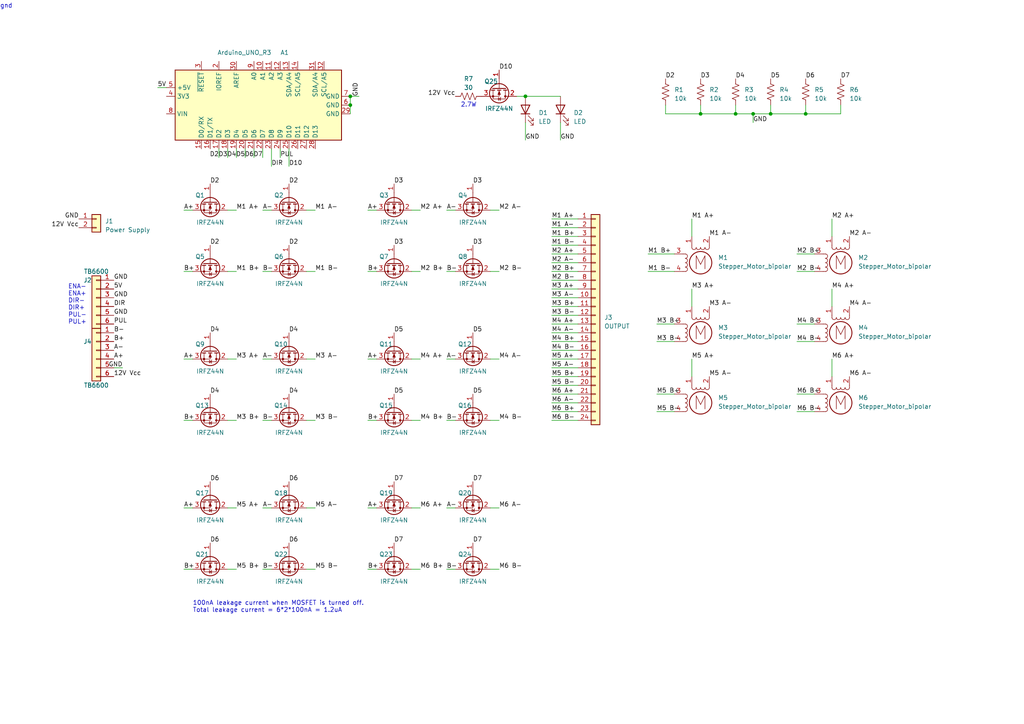
<source format=kicad_sch>
(kicad_sch (version 20230121) (generator eeschema)
  (paper "A4")
  (title_block (title "Stepper Driver Demultiplexer") (date "2023-03-05") (company "Project RBS") (comment 1 "Srikar Bharadwaj R"))
  (lib_symbols
    (symbol "Connector_Generic:Conn_01x02" (pin_names (offset 1.016) hide)
      (property "Reference" "J" (at 0 2.54 0))
      (property "Value" "Conn_01x02" (at 0 -5.08 0))
      (symbol "Conn_01x02_1_1"
        (rectangle (start -1.27 -2.413) (end 0 -2.667) (stroke (width 0.1524)))
        (rectangle (start -1.27 0.127) (end 0 -0.127) (stroke (width 0.1524)))
        (rectangle (start -1.27 1.27) (end 1.27 -3.81) (stroke (width 0.254)) (fill (type background)))
        (pin passive line (at -5.08 0 0) (length 3.81) (name "Pin_1") (number "1"))
        (pin passive line (at -5.08 -2.54 0) (length 3.81) (name "Pin_2") (number "2"))
      )
    )
    (symbol "Connector_Generic:Conn_01x06" (pin_names (offset 1.016) hide)
      (property "Reference" "J" (at 0 7.62 0))
      (property "Value" "Conn_01x06" (at 0 -10.16 0))
      (symbol "Conn_01x06_1_1"
        (rectangle (start -1.27 -7.493) (end 0 -7.747) (stroke (width 0.1524)))
        (rectangle (start -1.27 -4.953) (end 0 -5.207) (stroke (width 0.1524)))
        (rectangle (start -1.27 -2.413) (end 0 -2.667) (stroke (width 0.1524)))
        (rectangle (start -1.27 0.127) (end 0 -0.127) (stroke (width 0.1524)))
        (rectangle (start -1.27 2.667) (end 0 2.413) (stroke (width 0.1524)))
        (rectangle (start -1.27 5.207) (end 0 4.953) (stroke (width 0.1524)))
        (rectangle (start -1.27 6.35) (end 1.27 -8.89) (stroke (width 0.254)) (fill (type background)))
        (pin passive line (at -5.08 5.08 0) (length 3.81) (name "Pin_1") (number "1"))
        (pin passive line (at -5.08 2.54 0) (length 3.81) (name "Pin_2") (number "2"))
        (pin passive line (at -5.08 0 0) (length 3.81) (name "Pin_3") (number "3"))
        (pin passive line (at -5.08 -2.54 0) (length 3.81) (name "Pin_4") (number "4"))
        (pin passive line (at -5.08 -5.08 0) (length 3.81) (name "Pin_5") (number "5"))
        (pin passive line (at -5.08 -7.62 0) (length 3.81) (name "Pin_6") (number "6"))
      )
    )
    (symbol "Connector_Generic:Conn_01x24" (pin_names (offset 1.016) hide)
      (property "Reference" "J" (at 0 30.48 0))
      (property "Value" "Conn_01x24" (at 0 -33.02 0))
      (symbol "Conn_01x24_1_1"
        (rectangle (start -1.27 -30.353) (end 0 -30.607) (stroke (width 0.1524)))
        (rectangle (start -1.27 -27.813) (end 0 -28.067) (stroke (width 0.1524)))
        (rectangle (start -1.27 -25.273) (end 0 -25.527) (stroke (width 0.1524)))
        (rectangle (start -1.27 -22.733) (end 0 -22.987) (stroke (width 0.1524)))
        (rectangle (start -1.27 -20.193) (end 0 -20.447) (stroke (width 0.1524)))
        (rectangle (start -1.27 -17.653) (end 0 -17.907) (stroke (width 0.1524)))
        (rectangle (start -1.27 -15.113) (end 0 -15.367) (stroke (width 0.1524)))
        (rectangle (start -1.27 -12.573) (end 0 -12.827) (stroke (width 0.1524)))
        (rectangle (start -1.27 -10.033) (end 0 -10.287) (stroke (width 0.1524)))
        (rectangle (start -1.27 -7.493) (end 0 -7.747) (stroke (width 0.1524)))
        (rectangle (start -1.27 -4.953) (end 0 -5.207) (stroke (width 0.1524)))
        (rectangle (start -1.27 -2.413) (end 0 -2.667) (stroke (width 0.1524)))
        (rectangle (start -1.27 0.127) (end 0 -0.127) (stroke (width 0.1524)))
        (rectangle (start -1.27 2.667) (end 0 2.413) (stroke (width 0.1524)))
        (rectangle (start -1.27 5.207) (end 0 4.953) (stroke (width 0.1524)))
        (rectangle (start -1.27 7.747) (end 0 7.493) (stroke (width 0.1524)))
        (rectangle (start -1.27 10.287) (end 0 10.033) (stroke (width 0.1524)))
        (rectangle (start -1.27 12.827) (end 0 12.573) (stroke (width 0.1524)))
        (rectangle (start -1.27 15.367) (end 0 15.113) (stroke (width 0.1524)))
        (rectangle (start -1.27 17.907) (end 0 17.653) (stroke (width 0.1524)))
        (rectangle (start -1.27 20.447) (end 0 20.193) (stroke (width 0.1524)))
        (rectangle (start -1.27 22.987) (end 0 22.733) (stroke (width 0.1524)))
        (rectangle (start -1.27 25.527) (end 0 25.273) (stroke (width 0.1524)))
        (rectangle (start -1.27 28.067) (end 0 27.813) (stroke (width 0.1524)))
        (rectangle (start -1.27 29.21) (end 1.27 -31.75) (stroke (width 0.254)) (fill (type background)))
        (pin passive line (at -5.08 27.94 0) (length 3.81) (name "Pin_1") (number "1"))
        (pin passive line (at -5.08 5.08 0) (length 3.81) (name "Pin_10") (number "10"))
        (pin passive line (at -5.08 2.54 0) (length 3.81) (name "Pin_11") (number "11"))
        (pin passive line (at -5.08 0 0) (length 3.81) (name "Pin_12") (number "12"))
        (pin passive line (at -5.08 -2.54 0) (length 3.81) (name "Pin_13") (number "13"))
        (pin passive line (at -5.08 -5.08 0) (length 3.81) (name "Pin_14") (number "14"))
        (pin passive line (at -5.08 -7.62 0) (length 3.81) (name "Pin_15") (number "15"))
        (pin passive line (at -5.08 -10.16 0) (length 3.81) (name "Pin_16") (number "16"))
        (pin passive line (at -5.08 -12.7 0) (length 3.81) (name "Pin_17") (number "17"))
        (pin passive line (at -5.08 -15.24 0) (length 3.81) (name "Pin_18") (number "18"))
        (pin passive line (at -5.08 -17.78 0) (length 3.81) (name "Pin_19") (number "19"))
        (pin passive line (at -5.08 25.4 0) (length 3.81) (name "Pin_2") (number "2"))
        (pin passive line (at -5.08 -20.32 0) (length 3.81) (name "Pin_20") (number "20"))
        (pin passive line (at -5.08 -22.86 0) (length 3.81) (name "Pin_21") (number "21"))
        (pin passive line (at -5.08 -25.4 0) (length 3.81) (name "Pin_22") (number "22"))
        (pin passive line (at -5.08 -27.94 0) (length 3.81) (name "Pin_23") (number "23"))
        (pin passive line (at -5.08 -30.48 0) (length 3.81) (name "Pin_24") (number "24"))
        (pin passive line (at -5.08 22.86 0) (length 3.81) (name "Pin_3") (number "3"))
        (pin passive line (at -5.08 20.32 0) (length 3.81) (name "Pin_4") (number "4"))
        (pin passive line (at -5.08 17.78 0) (length 3.81) (name "Pin_5") (number "5"))
        (pin passive line (at -5.08 15.24 0) (length 3.81) (name "Pin_6") (number "6"))
        (pin passive line (at -5.08 12.7 0) (length 3.81) (name "Pin_7") (number "7"))
        (pin passive line (at -5.08 10.16 0) (length 3.81) (name "Pin_8") (number "8"))
        (pin passive line (at -5.08 7.62 0) (length 3.81) (name "Pin_9") (number "9"))
      )
    )
    (symbol "Device:LED" (pin_numbers hide) (pin_names (offset 1.016) hide)
      (property "Reference" "D" (at 0 2.54 0))
      (property "Value" "LED" (at 0 -2.54 0))
      (symbol "LED_0_1"
        (polyline (pts (xy -1.27 -1.27) (xy -1.27 1.27)) (stroke (width 0.254)))
        (polyline (pts (xy -1.27 0) (xy 1.27 0)))
        (polyline (pts (xy 1.27 -1.27) (xy 1.27 1.27) (xy -1.27 0) (xy 1.27 -1.27)) (stroke (width 0.254)))
        (polyline (pts (xy -3.048 -0.762) (xy -4.572 -2.286) (xy -3.81 -2.286) (xy -4.572 -2.286) (xy -4.572 -1.524)))
        (polyline (pts (xy -1.778 -0.762) (xy -3.302 -2.286) (xy -2.54 -2.286) (xy -3.302 -2.286) (xy -3.302 -1.524)))
      )
      (symbol "LED_1_1"
        (pin passive line (at -3.81 0 0) (length 2.54) (name "K") (number "1"))
        (pin passive line (at 3.81 0 180) (length 2.54) (name "A") (number "2"))
      )
    )
    (symbol "Device:R_US" (pin_numbers hide) (pin_names (offset 0))
      (property "Reference" "R" (at 2.54 0 90))
      (property "Value" "R_US" (at -2.54 0 90))
      (symbol "R_US_0_1"
        (polyline (pts (xy 0 -2.286) (xy 0 -2.54)))
        (polyline (pts (xy 0 2.286) (xy 0 2.54)))
        (polyline (pts (xy 0 -0.762) (xy 1.016 -1.143) (xy 0 -1.524) (xy -1.016 -1.905) (xy 0 -2.286)))
        (polyline (pts (xy 0 0.762) (xy 1.016 0.381) (xy 0 0) (xy -1.016 -0.381) (xy 0 -0.762)))
        (polyline (pts (xy 0 2.286) (xy 1.016 1.905) (xy 0 1.524) (xy -1.016 1.143) (xy 0 0.762)))
      )
      (symbol "R_US_1_1"
        (pin passive line (at 0 3.81 270) (length 1.27) (name "~") (number "1"))
        (pin passive line (at 0 -3.81 90) (length 1.27) (name "~") (number "2"))
      )
    )
    (symbol "MCU_Module:Arduino_UNO_R3"
      (property "Reference" "A" (at -10.16 23.495 0))
      (property "Value" "Arduino_UNO_R3" (at 5.08 -26.67 0))
      (symbol "Arduino_UNO_R3_0_1"
        (rectangle (start -10.16 22.86) (end 10.16 -25.4) (stroke (width 0.254)) (fill (type background)))
      )
      (symbol "Arduino_UNO_R3_1_1"
        (pin no_connect line (at -10.16 -20.32 0) (length 2.54) hide (name "NC") (number "1"))
        (pin bidirectional line (at 12.7 -2.54 180) (length 2.54) (name "A1") (number "10"))
        (pin bidirectional line (at 12.7 -5.08 180) (length 2.54) (name "A2") (number "11"))
        (pin bidirectional line (at 12.7 -7.62 180) (length 2.54) (name "A3") (number "12"))
        (pin bidirectional line (at 12.7 -10.16 180) (length 2.54) (name "SDA/A4") (number "13"))
        (pin bidirectional line (at 12.7 -12.7 180) (length 2.54) (name "SCL/A5") (number "14"))
        (pin bidirectional line (at -12.7 15.24 0) (length 2.54) (name "D0/RX") (number "15"))
        (pin bidirectional line (at -12.7 12.7 0) (length 2.54) (name "D1/TX") (number "16"))
        (pin bidirectional line (at -12.7 10.16 0) (length 2.54) (name "D2") (number "17"))
        (pin bidirectional line (at -12.7 7.62 0) (length 2.54) (name "D3") (number "18"))
        (pin bidirectional line (at -12.7 5.08 0) (length 2.54) (name "D4") (number "19"))
        (pin output line (at 12.7 10.16 180) (length 2.54) (name "IOREF") (number "2"))
        (pin bidirectional line (at -12.7 2.54 0) (length 2.54) (name "D5") (number "20"))
        (pin bidirectional line (at -12.7 0 0) (length 2.54) (name "D6") (number "21"))
        (pin bidirectional line (at -12.7 -2.54 0) (length 2.54) (name "D7") (number "22"))
        (pin bidirectional line (at -12.7 -5.08 0) (length 2.54) (name "D8") (number "23"))
        (pin bidirectional line (at -12.7 -7.62 0) (length 2.54) (name "D9") (number "24"))
        (pin bidirectional line (at -12.7 -10.16 0) (length 2.54) (name "D10") (number "25"))
        (pin bidirectional line (at -12.7 -12.7 0) (length 2.54) (name "D11") (number "26"))
        (pin bidirectional line (at -12.7 -15.24 0) (length 2.54) (name "D12") (number "27"))
        (pin bidirectional line (at -12.7 -17.78 0) (length 2.54) (name "D13") (number "28"))
        (pin power_in line (at -2.54 -27.94 90) (length 2.54) (name "GND") (number "29"))
        (pin input line (at 12.7 15.24 180) (length 2.54) (name "~{RESET}") (number "3"))
        (pin input line (at 12.7 5.08 180) (length 2.54) (name "AREF") (number "30"))
        (pin bidirectional line (at 12.7 -17.78 180) (length 2.54) (name "SDA/A4") (number "31"))
        (pin bidirectional line (at 12.7 -20.32 180) (length 2.54) (name "SCL/A5") (number "32"))
        (pin power_out line (at 2.54 25.4 270) (length 2.54) (name "3V3") (number "4"))
        (pin power_out line (at 5.08 25.4 270) (length 2.54) (name "+5V") (number "5"))
        (pin power_in line (at 0 -27.94 90) (length 2.54) (name "GND") (number "6"))
        (pin power_in line (at 2.54 -27.94 90) (length 2.54) (name "GND") (number "7"))
        (pin power_in line (at -2.54 25.4 270) (length 2.54) (name "VIN") (number "8"))
        (pin bidirectional line (at 12.7 0 180) (length 2.54) (name "A0") (number "9"))
      )
    )
    (symbol "Motor:Stepper_Motor_bipolar" (pin_names (offset 0) hide)
      (property "Reference" "M" (at 3.81 2.54 0))
      (property "Value" "Stepper_Motor_bipolar" (at 3.81 1.27 0))
      (symbol "Stepper_Motor_bipolar_0_0"
        (polyline (pts (xy -1.27 -1.778) (xy -1.27 2.032) (xy 0 -0.508) (xy 1.27 2.032) (xy 1.27 -1.778)))
      )
      (symbol "Stepper_Motor_bipolar_0_1"
        (arc (start -4.445 -2.54) (mid -3.8127 -1.905) (end -4.445 -1.27))
        (arc (start -4.445 -1.27) (mid -3.8127 -0.635) (end -4.445 0))
        (arc (start -4.445 0) (mid -3.8127 0.635) (end -4.445 1.27))
        (arc (start -4.445 1.27) (mid -3.8127 1.905) (end -4.445 2.54))
        (arc (start -2.54 4.445) (mid -1.905 3.8127) (end -1.27 4.445))
        (arc (start -1.27 4.445) (mid -0.635 3.8127) (end 0 4.445))
        (polyline (pts (xy -5.08 -2.54) (xy -4.445 -2.54)))
        (polyline (pts (xy -5.08 2.54) (xy -4.445 2.54)))
        (polyline (pts (xy -2.54 5.08) (xy -2.54 4.445)))
        (polyline (pts (xy 2.54 5.08) (xy 2.54 4.445)))
        (circle (center 0 0) (radius 3.2512) (stroke (width 0.254)))
        (arc (start 0 4.445) (mid 0.635 3.8127) (end 1.27 4.445))
        (arc (start 1.27 4.445) (mid 1.905 3.8127) (end 2.54 4.445))
      )
      (symbol "Stepper_Motor_bipolar_1_1"
        (pin passive line (at -2.54 7.62 270) (length 2.54) (name "~") (number "1"))
        (pin passive line (at 2.54 7.62 270) (length 2.54) (name "-") (number "2"))
        (pin passive line (at -7.62 2.54 0) (length 2.54) (name "~") (number "3"))
        (pin passive line (at -7.62 -2.54 0) (length 2.54) (name "~") (number "4"))
      )
    )
    (symbol "Transistor_FET:IRLZ44N" (pin_names hide)
      (property "Reference" "Q" (at 6.35 1.905 0))
      (property "Value" "IRLZ44N" (at 6.35 0 0))
      (symbol "IRLZ44N_0_1"
        (polyline (pts (xy 0.254 0) (xy -2.54 0)))
        (polyline (pts (xy 0.254 1.905) (xy 0.254 -1.905)) (stroke (width 0.254)))
        (polyline (pts (xy 0.762 -1.27) (xy 0.762 -2.286)) (stroke (width 0.254)))
        (polyline (pts (xy 0.762 0.508) (xy 0.762 -0.508)) (stroke (width 0.254)))
        (polyline (pts (xy 0.762 2.286) (xy 0.762 1.27)) (stroke (width 0.254)))
        (polyline (pts (xy 2.54 2.54) (xy 2.54 1.778)))
        (polyline (pts (xy 2.54 -2.54) (xy 2.54 0) (xy 0.762 0)))
        (polyline (pts (xy 0.762 -1.778) (xy 3.302 -1.778) (xy 3.302 1.778) (xy 0.762 1.778)))
        (polyline (pts (xy 1.016 0) (xy 2.032 0.381) (xy 2.032 -0.381) (xy 1.016 0)) (fill (type outline)))
        (polyline (pts (xy 2.794 0.508) (xy 2.921 0.381) (xy 3.683 0.381) (xy 3.81 0.254)))
        (polyline (pts (xy 3.302 0.381) (xy 2.921 -0.254) (xy 3.683 -0.254) (xy 3.302 0.381)))
        (circle (center 1.651 0) (radius 2.794) (stroke (width 0.254)))
        (circle (center 2.54 -1.778) (radius 0.254) (fill (type outline)))
        (circle (center 2.54 1.778) (radius 0.254) (fill (type outline)))
      )
      (symbol "IRLZ44N_1_1"
        (pin input line (at -5.08 0 0) (length 2.54) (name "G") (number "1"))
        (pin passive line (at 2.54 5.08 270) (length 2.54) (name "D") (number "2"))
        (pin passive line (at 2.54 -5.08 90) (length 2.54) (name "S") (number "3"))
      )
    )
  )
  (junction (at 101.6 30.48))
  (junction (at 218.44 33.02))
  (junction (at 233.68 33.02))
  (junction (at 213.36 33.02))
  (junction (at 223.52 33.02))
  (junction (at 152.4 27.94))
  (junction (at 101.6 27.94))
  (junction (at 203.2 33.02))
  (wire (pts (xy 101.6 27.94) (xy 104.14 27.94)))
  (wire (pts (xy 106.68 165.1) (xy 109.22 165.1)))
  (wire (pts (xy 160.02 96.52) (xy 167.64 96.52)))
  (wire (pts (xy 190.5 99.06) (xy 195.58 99.06)))
  (wire (pts (xy 233.68 33.02) (xy 243.84 33.02)))
  (wire (pts (xy 78.74 43.18) (xy 78.74 48.26)))
  (wire (pts (xy 73.66 45.72) (xy 73.66 43.18)))
  (wire (pts (xy 53.34 60.96) (xy 55.88 60.96)))
  (wire (pts (xy 231.14 78.74) (xy 236.22 78.74)))
  (wire (pts (xy 101.6 27.94) (xy 101.6 30.48)))
  (wire (pts (xy 45.72 25.4) (xy 48.26 25.4)))
  (wire (pts (xy 187.96 78.74) (xy 195.58 78.74)))
  (wire (pts (xy 193.04 30.48) (xy 193.04 33.02)))
  (wire (pts (xy 160.02 119.38) (xy 167.64 119.38)))
  (wire (pts (xy 160.02 121.92) (xy 167.64 121.92)))
  (wire (pts (xy 190.5 93.98) (xy 195.58 93.98)))
  (wire (pts (xy 76.2 121.92) (xy 78.74 121.92)))
  (wire (pts (xy 223.52 30.48) (xy 223.52 33.02)))
  (wire (pts (xy 160.02 78.74) (xy 167.64 78.74)))
  (wire (pts (xy 121.92 60.96) (xy 119.38 60.96)))
  (wire (pts (xy 53.34 121.92) (xy 55.88 121.92)))
  (wire (pts (xy 68.58 121.92) (xy 66.04 121.92)))
  (wire (pts (xy 160.02 99.06) (xy 167.64 99.06)))
  (wire (pts (xy 241.3 63.5) (xy 241.3 68.58)))
  (wire (pts (xy 91.44 60.96) (xy 88.9 60.96)))
  (wire (pts (xy 129.54 121.92) (xy 132.08 121.92)))
  (wire (pts (xy 241.3 83.82) (xy 241.3 88.9)))
  (wire (pts (xy 83.82 48.26) (xy 83.82 43.18)))
  (wire (pts (xy 91.44 104.14) (xy 88.9 104.14)))
  (wire (pts (xy 160.02 93.98) (xy 167.64 93.98)))
  (wire (pts (xy 243.84 30.48) (xy 243.84 33.02)))
  (wire (pts (xy 76.2 165.1) (xy 78.74 165.1)))
  (wire (pts (xy 193.04 33.02) (xy 203.2 33.02)))
  (wire (pts (xy 190.5 119.38) (xy 195.58 119.38)))
  (wire (pts (xy 160.02 106.68) (xy 167.64 106.68)))
  (wire (pts (xy 68.58 104.14) (xy 66.04 104.14)))
  (wire (pts (xy 101.6 30.48) (xy 101.6 33.02)))
  (wire (pts (xy 76.2 78.74) (xy 78.74 78.74)))
  (wire (pts (xy 160.02 116.84) (xy 167.64 116.84)))
  (wire (pts (xy 160.02 83.82) (xy 167.64 83.82)))
  (wire (pts (xy 121.92 104.14) (xy 119.38 104.14)))
  (wire (pts (xy 200.66 83.82) (xy 200.66 88.9)))
  (wire (pts (xy 121.92 78.74) (xy 119.38 78.74)))
  (wire (pts (xy 144.78 121.92) (xy 142.24 121.92)))
  (wire (pts (xy 91.44 147.32) (xy 88.9 147.32)))
  (wire (pts (xy 160.02 71.12) (xy 167.64 71.12)))
  (wire (pts (xy 160.02 101.6) (xy 167.64 101.6)))
  (wire (pts (xy 160.02 104.14) (xy 167.64 104.14)))
  (wire (pts (xy 160.02 111.76) (xy 167.64 111.76)))
  (wire (pts (xy 129.54 147.32) (xy 132.08 147.32)))
  (wire (pts (xy 76.2 60.96) (xy 78.74 60.96)))
  (wire (pts (xy 106.68 78.74) (xy 109.22 78.74)))
  (wire (pts (xy 231.14 119.38) (xy 236.22 119.38)))
  (wire (pts (xy 53.34 104.14) (xy 55.88 104.14)))
  (wire (pts (xy 91.44 78.74) (xy 88.9 78.74)))
  (wire (pts (xy 200.66 104.14) (xy 200.66 109.22)))
  (wire (pts (xy 121.92 147.32) (xy 119.38 147.32)))
  (wire (pts (xy 121.92 165.1) (xy 119.38 165.1)))
  (wire (pts (xy 63.5 45.72) (xy 63.5 43.18)))
  (wire (pts (xy 68.58 60.96) (xy 66.04 60.96)))
  (wire (pts (xy 144.78 165.1) (xy 142.24 165.1)))
  (wire (pts (xy 149.86 27.94) (xy 152.4 27.94)))
  (wire (pts (xy 160.02 114.3) (xy 167.64 114.3)))
  (wire (pts (xy 91.44 121.92) (xy 88.9 121.92)))
  (wire (pts (xy 241.3 104.14) (xy 241.3 109.22)))
  (wire (pts (xy 160.02 76.2) (xy 167.64 76.2)))
  (wire (pts (xy 231.14 99.06) (xy 236.22 99.06)))
  (wire (pts (xy 187.96 73.66) (xy 195.58 73.66)))
  (wire (pts (xy 160.02 88.9) (xy 167.64 88.9)))
  (wire (pts (xy 91.44 165.1) (xy 88.9 165.1)))
  (wire (pts (xy 233.68 30.48) (xy 233.68 33.02)))
  (wire (pts (xy 129.54 165.1) (xy 132.08 165.1)))
  (wire (pts (xy 152.4 27.94) (xy 162.56 27.94)))
  (wire (pts (xy 129.54 60.96) (xy 132.08 60.96)))
  (wire (pts (xy 76.2 147.32) (xy 78.74 147.32)))
  (wire (pts (xy 76.2 104.14) (xy 78.74 104.14)))
  (wire (pts (xy 218.44 33.02) (xy 223.52 33.02)))
  (wire (pts (xy 53.34 165.1) (xy 55.88 165.1)))
  (wire (pts (xy 213.36 30.48) (xy 213.36 33.02)))
  (wire (pts (xy 53.34 78.74) (xy 55.88 78.74)))
  (wire (pts (xy 144.78 104.14) (xy 142.24 104.14)))
  (wire (pts (xy 213.36 33.02) (xy 218.44 33.02)))
  (wire (pts (xy 68.58 165.1) (xy 66.04 165.1)))
  (wire (pts (xy 203.2 30.48) (xy 203.2 33.02)))
  (wire (pts (xy 144.78 147.32) (xy 142.24 147.32)))
  (wire (pts (xy 68.58 45.72) (xy 68.58 43.18)))
  (wire (pts (xy 144.78 78.74) (xy 142.24 78.74)))
  (wire (pts (xy 160.02 66.04) (xy 167.64 66.04)))
  (wire (pts (xy 106.68 104.14) (xy 109.22 104.14)))
  (wire (pts (xy 53.34 147.32) (xy 55.88 147.32)))
  (wire (pts (xy 200.66 63.5) (xy 200.66 68.58)))
  (wire (pts (xy 144.78 60.96) (xy 142.24 60.96)))
  (wire (pts (xy 106.68 147.32) (xy 109.22 147.32)))
  (wire (pts (xy 71.12 45.72) (xy 71.12 43.18)))
  (wire (pts (xy 160.02 63.5) (xy 167.64 63.5)))
  (wire (pts (xy 66.04 45.72) (xy 66.04 43.18)))
  (wire (pts (xy 218.44 33.02) (xy 218.44 35.56)))
  (wire (pts (xy 160.02 109.22) (xy 167.64 109.22)))
  (wire (pts (xy 231.14 93.98) (xy 236.22 93.98)))
  (wire (pts (xy 203.2 33.02) (xy 213.36 33.02)))
  (wire (pts (xy 152.4 40.64) (xy 152.4 35.56)))
  (wire (pts (xy 121.92 121.92) (xy 119.38 121.92)))
  (wire (pts (xy 68.58 147.32) (xy 66.04 147.32)))
  (wire (pts (xy 162.56 40.64) (xy 162.56 35.56)))
  (wire (pts (xy 76.2 45.72) (xy 76.2 43.18)))
  (wire (pts (xy 160.02 81.28) (xy 167.64 81.28)))
  (wire (pts (xy 231.14 73.66) (xy 236.22 73.66)))
  (wire (pts (xy 160.02 86.36) (xy 167.64 86.36)))
  (wire (pts (xy 223.52 33.02) (xy 233.68 33.02)))
  (wire (pts (xy 129.54 78.74) (xy 132.08 78.74)))
  (wire (pts (xy 81.28 43.18) (xy 81.28 45.72)))
  (wire (pts (xy 68.58 78.74) (xy 66.04 78.74)))
  (wire (pts (xy 129.54 104.14) (xy 132.08 104.14)))
  (wire (pts (xy 190.5 114.3) (xy 195.58 114.3)))
  (wire (pts (xy 35.56 106.68) (xy 33.02 106.68)))
  (wire (pts (xy 160.02 68.58) (xy 167.64 68.58)))
  (wire (pts (xy 160.02 91.44) (xy 167.64 91.44)))
  (wire (pts (xy 231.14 114.3) (xy 236.22 114.3)))
  (wire (pts (xy 106.68 121.92) (xy 109.22 121.92)))
  (wire (pts (xy 160.02 73.66) (xy 167.64 73.66)))
  (wire (pts (xy 106.68 60.96) (xy 109.22 60.96)))
  (text_box "ENA-\nENA+\nDIR-\nDIR+\nPUL-\nPUL+" (at 18.796 81.28 0) (size 6.35 13.208) (stroke (width -0.0001) (type dot)) (effects (font (size 1.27 1.27)) (justify left top)))
  (text "2.7W" (at 133.604 31.242 0) (effects (font (size 1.27 1.27)) (justify left bottom)))
  (text "gnd" (at 0 2.54 0) (effects (font (size 1.27 1.27)) (justify left bottom)))
  (text "100nA leakage current when MOSFET is turned off.\nTotal leakage current = 6*2*100nA = 1.2uA" (at 55.88 177.8 0) (effects (font (size 1.27 1.27)) (justify left bottom)))
  (label "M5 B-" (at 91.44 165.1 0))
  (label "D3" (at 114.3 71.12 0))
  (label "M1 A-" (at 205.74 68.58 0))
  (label "M6 A-" (at 160.02 116.84 0))
  (label "GND" (at 33.02 91.44 0))
  (label "M1 B+" (at 68.58 78.74 0))
  (label "B+" (at 53.34 165.1 0))
  (label "M5 B-" (at 160.02 111.76 0))
  (label "M3 A+" (at 200.66 83.82 0))
  (label "PUL" (at 81.28 45.72 0))
  (label "D7" (at 114.3 157.48 0))
  (label "B+" (at 53.34 78.74 0))
  (label "M1 A-" (at 160.02 66.04 0))
  (label "GND" (at 35.56 106.68 180))
  (label "GND" (at 22.86 63.5 180))
  (label "D4" (at 60.96 96.52 0))
  (label "D4" (at 83.82 114.3 0))
  (label "B-" (at 129.54 165.1 0))
  (label "M6 B+" (at 231.14 114.3 0))
  (label "M3 B+" (at 190.5 93.98 0))
  (label "D3" (at 66.04 45.72 180))
  (label "D7" (at 114.3 139.7 0))
  (label "D4" (at 213.36 22.86 0))
  (label "A-" (at 129.54 60.96 0))
  (label "D5" (at 71.12 45.72 180))
  (label "M5 A+" (at 68.58 147.32 0))
  (label "M6 A+" (at 160.02 114.3 0))
  (label "M1 B-" (at 91.44 78.74 0))
  (label "M5 B+" (at 68.58 165.1 0))
  (label "A-" (at 129.54 104.14 0))
  (label "M2 A-" (at 160.02 76.2 0))
  (label "B-" (at 129.54 78.74 0))
  (label "M3 A-" (at 205.74 88.9 0))
  (label "GND" (at 33.02 81.28 0))
  (label "A+" (at 53.34 104.14 0))
  (label "D3" (at 137.16 53.34 0))
  (label "B-" (at 76.2 165.1 0))
  (label "M4 A-" (at 144.78 104.14 0))
  (label "M3 B+" (at 68.58 121.92 0))
  (label "A-" (at 129.54 147.32 0))
  (label "D6" (at 83.82 157.48 0))
  (label "12V Vcc" (at 33.02 109.22 0))
  (label "D2" (at 83.82 53.34 0))
  (label "M3 A-" (at 160.02 86.36 0))
  (label "M1 B+" (at 160.02 68.58 0))
  (label "B+" (at 106.68 165.1 0))
  (label "B-" (at 76.2 78.74 0))
  (label "M2 A+" (at 241.3 63.5 0))
  (label "M6 B+" (at 121.92 165.1 0))
  (label "D7" (at 243.84 22.86 0))
  (label "M3 B+" (at 160.02 88.9 0))
  (label "A+" (at 106.68 147.32 0))
  (label "12V Vcc" (at 22.86 66.04 180))
  (label "D6" (at 233.68 22.86 0))
  (label "GND" (at 218.44 35.56 0))
  (label "B-" (at 33.02 96.52 0))
  (label "M4 B+" (at 231.14 93.98 0))
  (label "A+" (at 106.68 104.14 0))
  (label "B+" (at 106.68 121.92 0))
  (label "D5" (at 223.52 22.86 0))
  (label "D5" (at 114.3 96.52 0))
  (label "M6 A-" (at 144.78 147.32 0))
  (label "D3" (at 203.2 22.86 0))
  (label "D6" (at 83.82 139.7 0))
  (label "M4 A+" (at 241.3 83.82 0))
  (label "D7" (at 137.16 157.48 0))
  (label "M5 B-" (at 190.5 119.38 0))
  (label "M4 B+" (at 160.02 99.06 0))
  (label "A-" (at 76.2 60.96 0))
  (label "M4 A+" (at 160.02 93.98 0))
  (label "A-" (at 76.2 104.14 0))
  (label "M4 A-" (at 160.02 96.52 0))
  (label "M5 A-" (at 160.02 106.68 0))
  (label "M2 B-" (at 144.78 78.74 0))
  (label "DIR" (at 33.02 88.9 0))
  (label "M2 B-" (at 231.14 78.74 0))
  (label "M4 B-" (at 231.14 99.06 0))
  (label "M4 A+" (at 121.92 104.14 0))
  (label "M2 B+" (at 160.02 78.74 0))
  (label "M4 B+" (at 121.92 121.92 0))
  (label "M5 A+" (at 160.02 104.14 0))
  (label "GND" (at 152.4 40.64 0))
  (label "M3 A+" (at 68.58 104.14 0))
  (label "A+" (at 106.68 60.96 0))
  (label "M6 A+" (at 121.92 147.32 0))
  (label "D4" (at 60.96 114.3 0))
  (label "D3" (at 137.16 71.12 0))
  (label "GND" (at 104.14 27.94 90))
  (label "M3 A-" (at 91.44 104.14 0))
  (label "D10" (at 144.78 20.32 0))
  (label "M4 B-" (at 160.02 101.6 0))
  (label "M1 A+" (at 68.58 60.96 0))
  (label "PUL" (at 33.02 93.98 0))
  (label "A-" (at 33.02 101.6 0))
  (label "M1 B-" (at 187.96 78.74 0))
  (label "D7" (at 137.16 139.7 0))
  (label "D5" (at 137.16 114.3 0))
  (label "M6 B-" (at 231.14 119.38 0))
  (label "M2 B+" (at 121.92 78.74 0))
  (label "A+" (at 53.34 147.32 0))
  (label "D5" (at 114.3 114.3 0))
  (label "M1 A+" (at 160.02 63.5 0))
  (label "M3 B-" (at 190.5 99.06 0))
  (label "M2 A-" (at 144.78 60.96 0))
  (label "GND" (at 162.56 40.64 0))
  (label "B+" (at 106.68 78.74 0))
  (label "M1 A+" (at 200.66 63.5 0))
  (label "5V" (at 45.72 25.4 0))
  (label "M6 B+" (at 160.02 119.38 0))
  (label "12V Vcc" (at 132.08 27.94 180))
  (label "D6" (at 60.96 139.7 0))
  (label "D2" (at 83.82 71.12 0))
  (label "M2 A+" (at 160.02 73.66 0))
  (label "A-" (at 76.2 147.32 0))
  (label "B-" (at 76.2 121.92 0))
  (label "5V" (at 33.02 83.82 0))
  (label "B+" (at 53.34 121.92 0))
  (label "B-" (at 129.54 121.92 0))
  (label "D6" (at 60.96 157.48 0))
  (label "M3 A+" (at 160.02 83.82 0))
  (label "D6" (at 73.66 45.72 180))
  (label "A+" (at 33.02 104.14 0))
  (label "D2" (at 60.96 53.34 0))
  (label "D2" (at 193.04 22.86 0))
  (label "M5 B+" (at 160.02 109.22 0))
  (label "M2 B+" (at 231.14 73.66 0))
  (label "M6 A-" (at 246.38 109.22 0))
  (label "D5" (at 137.16 96.52 0))
  (label "M1 B+" (at 187.96 73.66 0))
  (label "M5 B+" (at 190.5 114.3 0))
  (label "M4 B-" (at 144.78 121.92 0))
  (label "M2 A+" (at 121.92 60.96 0))
  (label "DIR" (at 78.74 48.26 0))
  (label "D2" (at 60.96 71.12 0))
  (label "M6 B-" (at 144.78 165.1 0))
  (label "M4 A-" (at 246.38 88.9 0))
  (label "M2 B-" (at 160.02 81.28 0))
  (label "M1 B-" (at 160.02 71.12 0))
  (label "M5 A-" (at 205.74 109.22 0))
  (label "B+" (at 33.02 99.06 0))
  (label "GND" (at 33.02 86.36 0))
  (label "M6 A+" (at 241.3 104.14 0))
  (label "D2" (at 63.5 45.72 180))
  (label "M1 A-" (at 91.44 60.96 0))
  (label "M2 A-" (at 246.38 68.58 0))
  (label "D4" (at 83.82 96.52 0))
  (label "D3" (at 114.3 53.34 0))
  (label "M3 B-" (at 160.02 91.44 0))
  (label "D10" (at 83.82 48.26 0))
  (label "M5 A+" (at 200.66 104.14 0))
  (label "M3 B-" (at 91.44 121.92 0))
  (label "M5 A-" (at 91.44 147.32 0))
  (label "D7" (at 76.2 45.72 180))
  (label "M6 B-" (at 160.02 121.92 0))
  (label "A+" (at 53.34 60.96 0))
  (label "D4" (at 68.58 45.72 180))
  (symbol (lib_id "Motor:Stepper_Motor_bipolar") (at 203.2 96.52 0) (unit 1)
    (property "Reference" "M3" (at 208.28 95.0341 0) (effects (justify left)))
    (property "Value" "Stepper_Motor_bipolar" (at 208.28 97.5741 0) (effects (justify left)))
    (property "Datasheet" "http://www.infineon.com/dgdl/Application-Note-TLE8110EE_driving_UniPolarStepperMotor_V1.1.pdf?fileId=db3a30431be39b97011be5d0aa0a00b0" (effects hide))
  )
  (symbol (lib_id "Transistor_FET:IRLZ44N") (at 83.82 144.78 270) (unit 1)
    (property "Reference" "Q18" (at 79.502 143.002 90) (effects (justify left)))
    (property "Value" "IRFZ44N" (at 79.756 150.876 90) (effects (justify left)))
    (property "Footprint" "Package_TO_SOT_THT:TO-220-3_Vertical" (effects hide))
    (property "Datasheet" "http://www.irf.com/product-info/datasheets/data/irlz44n.pdf" (effects hide))
  )
  (symbol (lib_id "Transistor_FET:IRLZ44N") (at 144.78 25.4 270) (unit 1)
    (property "Reference" "Q25" (at 140.462 23.622 90) (effects (justify left)))
    (property "Value" "IRFZ44N" (at 140.716 31.496 90) (effects (justify left)))
    (property "Footprint" "Package_TO_SOT_THT:TO-220-3_Vertical" (effects hide))
    (property "Datasheet" "http://www.irf.com/product-info/datasheets/data/irlz44n.pdf" (effects hide))
  )
  (symbol (lib_id "Transistor_FET:IRLZ44N") (at 60.96 101.6 270) (unit 1)
    (property "Reference" "Q9" (at 56.642 99.822 90) (effects (justify left)))
    (property "Value" "IRFZ44N" (at 56.896 107.696 90) (effects (justify left)))
    (property "Footprint" "Package_TO_SOT_THT:TO-220-3_Vertical" (effects hide))
    (property "Datasheet" "http://www.irf.com/product-info/datasheets/data/irlz44n.pdf" (effects hide))
  )
  (symbol (lib_id "Transistor_FET:IRLZ44N") (at 137.16 162.56 270) (unit 1)
    (property "Reference" "Q24" (at 132.842 160.782 90) (effects (justify left)))
    (property "Value" "IRFZ44N" (at 133.096 168.656 90) (effects (justify left)))
    (property "Footprint" "Package_TO_SOT_THT:TO-220-3_Vertical" (effects hide))
    (property "Datasheet" "http://www.irf.com/product-info/datasheets/data/irlz44n.pdf" (effects hide))
  )
  (symbol (lib_id "Transistor_FET:IRLZ44N") (at 83.82 101.6 270) (unit 1)
    (property "Reference" "Q10" (at 79.502 99.822 90) (effects (justify left)))
    (property "Value" "IRFZ44N" (at 79.756 107.696 90) (effects (justify left)))
    (property "Footprint" "Package_TO_SOT_THT:TO-220-3_Vertical" (effects hide))
    (property "Datasheet" "http://www.irf.com/product-info/datasheets/data/irlz44n.pdf" (effects hide))
  )
  (symbol (lib_id "Transistor_FET:IRLZ44N") (at 60.96 162.56 270) (unit 1)
    (property "Reference" "Q21" (at 56.642 160.782 90) (effects (justify left)))
    (property "Value" "IRFZ44N" (at 56.896 168.656 90) (effects (justify left)))
    (property "Footprint" "Package_TO_SOT_THT:TO-220-3_Vertical" (effects hide))
    (property "Datasheet" "http://www.irf.com/product-info/datasheets/data/irlz44n.pdf" (effects hide))
  )
  (symbol (lib_id "MCU_Module:Arduino_UNO_R3") (at 73.66 30.48 90) (unit 1)
    (property "Reference" "A1" (at 83.82 15.24 90) (effects (justify left)))
    (property "Value" "Arduino_UNO_R3" (at 78.74 15.24 90) (effects (justify left)))
    (property "Footprint" "Module:Arduino_UNO_R3" (effects hide))
    (property "Datasheet" "https://www.arduino.cc/en/Main/arduinoBoardUno" (effects hide))
  )
  (symbol (lib_id "Device:R_US") (at 135.89 27.94 90) (unit 1)
    (property "Reference" "R7" (at 135.89 22.86 90))
    (property "Value" "30" (at 135.89 25.4 90))
    (property "Footprint" "Resistor_THT:R_Axial_DIN0204_L3.6mm_D1.6mm_P5.08mm_Horizontal" (effects hide))
  )
  (symbol (lib_id "Transistor_FET:IRLZ44N") (at 114.3 101.6 270) (unit 1)
    (property "Reference" "Q11" (at 109.982 99.822 90) (effects (justify left)))
    (property "Value" "IRFZ44N" (at 110.236 107.696 90) (effects (justify left)))
    (property "Footprint" "Package_TO_SOT_THT:TO-220-3_Vertical" (effects hide))
    (property "Datasheet" "http://www.irf.com/product-info/datasheets/data/irlz44n.pdf" (effects hide))
  )
  (symbol (lib_id "Device:LED") (at 152.4 31.75 90) (unit 1)
    (property "Reference" "D1" (at 156.21 32.7025 90) (effects (justify right)))
    (property "Value" "LED" (at 156.21 35.2425 90) (effects (justify right)))
    (property "Footprint" "Connector_Molex:Molex_KK-254_AE-6410-02A_1x02_P2.54mm_Vertical" (effects hide))
  )
  (symbol (lib_id "Motor:Stepper_Motor_bipolar") (at 243.84 96.52 0) (unit 1)
    (property "Reference" "M4" (at 248.92 95.0341 0) (effects (justify left)))
    (property "Value" "Stepper_Motor_bipolar" (at 248.92 97.5741 0) (effects (justify left)))
    (property "Datasheet" "http://www.infineon.com/dgdl/Application-Note-TLE8110EE_driving_UniPolarStepperMotor_V1.1.pdf?fileId=db3a30431be39b97011be5d0aa0a00b0" (effects hide))
  )
  (symbol (lib_id "Transistor_FET:IRLZ44N") (at 60.96 76.2 270) (unit 1)
    (property "Reference" "Q5" (at 56.642 74.422 90) (effects (justify left)))
    (property "Value" "IRFZ44N" (at 56.896 82.296 90) (effects (justify left)))
    (property "Footprint" "Package_TO_SOT_THT:TO-220-3_Vertical" (effects hide))
    (property "Datasheet" "http://www.irf.com/product-info/datasheets/data/irlz44n.pdf" (effects hide))
  )
  (symbol (lib_id "Transistor_FET:IRLZ44N") (at 137.16 101.6 270) (unit 1)
    (property "Reference" "Q12" (at 132.842 99.822 90) (effects (justify left)))
    (property "Value" "IRFZ44N" (at 133.096 107.696 90) (effects (justify left)))
    (property "Footprint" "Package_TO_SOT_THT:TO-220-3_Vertical" (effects hide))
    (property "Datasheet" "http://www.irf.com/product-info/datasheets/data/irlz44n.pdf" (effects hide))
  )
  (symbol (lib_id "Transistor_FET:IRLZ44N") (at 114.3 58.42 270) (unit 1)
    (property "Reference" "Q3" (at 109.982 56.642 90) (effects (justify left)))
    (property "Value" "IRFZ44N" (at 110.236 64.516 90) (effects (justify left)))
    (property "Footprint" "Package_TO_SOT_THT:TO-220-3_Vertical" (effects hide))
    (property "Datasheet" "http://www.irf.com/product-info/datasheets/data/irlz44n.pdf" (effects hide))
  )
  (symbol (lib_id "Transistor_FET:IRLZ44N") (at 137.16 119.38 270) (unit 1)
    (property "Reference" "Q16" (at 132.842 117.602 90) (effects (justify left)))
    (property "Value" "IRFZ44N" (at 133.096 125.476 90) (effects (justify left)))
    (property "Footprint" "Package_TO_SOT_THT:TO-220-3_Vertical" (effects hide))
    (property "Datasheet" "http://www.irf.com/product-info/datasheets/data/irlz44n.pdf" (effects hide))
  )
  (symbol (lib_id "Device:R_US") (at 223.52 26.67 0) (unit 1)
    (property "Reference" "R4" (at 226.06 26.035 0) (effects (justify left)))
    (property "Value" "10k" (at 226.06 28.575 0) (effects (justify left)))
    (property "Footprint" "Resistor_THT:R_Axial_DIN0204_L3.6mm_D1.6mm_P5.08mm_Horizontal" (effects hide))
  )
  (symbol (lib_id "Device:R_US") (at 193.04 26.67 0) (unit 1)
    (property "Reference" "R1" (at 195.58 26.035 0) (effects (justify left)))
    (property "Value" "10k" (at 195.58 28.575 0) (effects (justify left)))
    (property "Footprint" "Resistor_THT:R_Axial_DIN0204_L3.6mm_D1.6mm_P5.08mm_Horizontal" (effects hide))
  )
  (symbol (lib_id "Transistor_FET:IRLZ44N") (at 83.82 119.38 270) (unit 1)
    (property "Reference" "Q14" (at 79.502 117.602 90) (effects (justify left)))
    (property "Value" "IRFZ44N" (at 79.756 125.476 90) (effects (justify left)))
    (property "Footprint" "Package_TO_SOT_THT:TO-220-3_Vertical" (effects hide))
    (property "Datasheet" "http://www.irf.com/product-info/datasheets/data/irlz44n.pdf" (effects hide))
  )
  (symbol (lib_id "Motor:Stepper_Motor_bipolar") (at 243.84 76.2 0) (unit 1)
    (property "Reference" "M2" (at 248.92 74.7141 0) (effects (justify left)))
    (property "Value" "Stepper_Motor_bipolar" (at 248.92 77.2541 0) (effects (justify left)))
    (property "Datasheet" "http://www.infineon.com/dgdl/Application-Note-TLE8110EE_driving_UniPolarStepperMotor_V1.1.pdf?fileId=db3a30431be39b97011be5d0aa0a00b0" (effects hide))
  )
  (symbol (lib_id "Device:R_US") (at 243.84 26.67 0) (unit 1)
    (property "Reference" "R6" (at 246.38 26.035 0) (effects (justify left)))
    (property "Value" "10k" (at 246.38 28.575 0) (effects (justify left)))
    (property "Footprint" "Resistor_THT:R_Axial_DIN0204_L3.6mm_D1.6mm_P5.08mm_Horizontal" (effects hide))
  )
  (symbol (lib_id "Motor:Stepper_Motor_bipolar") (at 203.2 116.84 0) (unit 1)
    (property "Reference" "M5" (at 208.28 115.3541 0) (effects (justify left)))
    (property "Value" "Stepper_Motor_bipolar" (at 208.28 117.8941 0) (effects (justify left)))
    (property "Datasheet" "http://www.infineon.com/dgdl/Application-Note-TLE8110EE_driving_UniPolarStepperMotor_V1.1.pdf?fileId=db3a30431be39b97011be5d0aa0a00b0" (effects hide))
  )
  (symbol (lib_id "Connector_Generic:Conn_01x24") (at 172.72 91.44 0) (unit 1)
    (property "Reference" "J3" (at 175.26 92.075 0) (effects (justify left)))
    (property "Value" "OUTPUT" (at 175.26 94.615 0) (effects (justify left)))
    (property "Footprint" "Connector_Molex:Molex_SL_171971-0024_1x24_P2.54mm_Vertical" (effects hide))
  )
  (symbol (lib_id "Transistor_FET:IRLZ44N") (at 60.96 119.38 270) (unit 1)
    (property "Reference" "Q13" (at 56.642 117.602 90) (effects (justify left)))
    (property "Value" "IRFZ44N" (at 56.896 125.476 90) (effects (justify left)))
    (property "Footprint" "Package_TO_SOT_THT:TO-220-3_Vertical" (effects hide))
    (property "Datasheet" "http://www.irf.com/product-info/datasheets/data/irlz44n.pdf" (effects hide))
  )
  (symbol (lib_id "Transistor_FET:IRLZ44N") (at 137.16 144.78 270) (unit 1)
    (property "Reference" "Q20" (at 132.842 143.002 90) (effects (justify left)))
    (property "Value" "IRFZ44N" (at 133.096 150.876 90) (effects (justify left)))
    (property "Footprint" "Package_TO_SOT_THT:TO-220-3_Vertical" (effects hide))
    (property "Datasheet" "http://www.irf.com/product-info/datasheets/data/irlz44n.pdf" (effects hide))
  )
  (symbol (lib_id "Transistor_FET:IRLZ44N") (at 114.3 144.78 270) (unit 1)
    (property "Reference" "Q19" (at 109.982 143.002 90) (effects (justify left)))
    (property "Value" "IRFZ44N" (at 110.236 150.876 90) (effects (justify left)))
    (property "Footprint" "Package_TO_SOT_THT:TO-220-3_Vertical" (effects hide))
    (property "Datasheet" "http://www.irf.com/product-info/datasheets/data/irlz44n.pdf" (effects hide))
  )
  (symbol (lib_id "Transistor_FET:IRLZ44N") (at 60.96 58.42 270) (unit 1)
    (property "Reference" "Q1" (at 56.642 56.642 90) (effects (justify left)))
    (property "Value" "IRFZ44N" (at 56.896 64.516 90) (effects (justify left)))
    (property "Footprint" "Package_TO_SOT_THT:TO-220-3_Vertical" (effects hide))
    (property "Datasheet" "http://www.irf.com/product-info/datasheets/data/irlz44n.pdf" (effects hide))
  )
  (symbol (lib_id "Device:R_US") (at 213.36 26.67 0) (unit 1)
    (property "Reference" "R3" (at 215.9 26.035 0) (effects (justify left)))
    (property "Value" "10k" (at 215.9 28.575 0) (effects (justify left)))
    (property "Footprint" "Resistor_THT:R_Axial_DIN0204_L3.6mm_D1.6mm_P5.08mm_Horizontal" (effects hide))
  )
  (symbol (lib_id "Motor:Stepper_Motor_bipolar") (at 243.84 116.84 0) (unit 1)
    (property "Reference" "M6" (at 248.92 115.3541 0) (effects (justify left)))
    (property "Value" "Stepper_Motor_bipolar" (at 248.92 117.8941 0) (effects (justify left)))
    (property "Datasheet" "http://www.infineon.com/dgdl/Application-Note-TLE8110EE_driving_UniPolarStepperMotor_V1.1.pdf?fileId=db3a30431be39b97011be5d0aa0a00b0" (effects hide))
  )
  (symbol (lib_id "Device:R_US") (at 203.2 26.67 0) (unit 1)
    (property "Reference" "R2" (at 205.74 26.035 0) (effects (justify left)))
    (property "Value" "10k" (at 205.74 28.575 0) (effects (justify left)))
    (property "Footprint" "Resistor_THT:R_Axial_DIN0204_L3.6mm_D1.6mm_P5.08mm_Horizontal" (effects hide))
  )
  (symbol (lib_id "Transistor_FET:IRLZ44N") (at 114.3 119.38 270) (unit 1)
    (property "Reference" "Q15" (at 109.982 117.602 90) (effects (justify left)))
    (property "Value" "IRFZ44N" (at 110.236 125.476 90) (effects (justify left)))
    (property "Footprint" "Package_TO_SOT_THT:TO-220-3_Vertical" (effects hide))
    (property "Datasheet" "http://www.irf.com/product-info/datasheets/data/irlz44n.pdf" (effects hide))
  )
  (symbol (lib_id "Device:R_US") (at 233.68 26.67 0) (unit 1)
    (property "Reference" "R5" (at 236.22 26.035 0) (effects (justify left)))
    (property "Value" "10k" (at 236.22 28.575 0) (effects (justify left)))
    (property "Footprint" "Resistor_THT:R_Axial_DIN0204_L3.6mm_D1.6mm_P5.08mm_Horizontal" (effects hide))
  )
  (symbol (lib_id "Motor:Stepper_Motor_bipolar") (at 203.2 76.2 0) (unit 1)
    (property "Reference" "M1" (at 208.28 74.7141 0) (effects (justify left)))
    (property "Value" "Stepper_Motor_bipolar" (at 208.28 77.2541 0) (effects (justify left)))
    (property "Datasheet" "http://www.infineon.com/dgdl/Application-Note-TLE8110EE_driving_UniPolarStepperMotor_V1.1.pdf?fileId=db3a30431be39b97011be5d0aa0a00b0" (effects hide))
  )
  (symbol (lib_id "Transistor_FET:IRLZ44N") (at 83.82 162.56 270) (unit 1)
    (property "Reference" "Q22" (at 79.502 160.782 90) (effects (justify left)))
    (property "Value" "IRFZ44N" (at 79.756 168.656 90) (effects (justify left)))
    (property "Footprint" "Package_TO_SOT_THT:TO-220-3_Vertical" (effects hide))
    (property "Datasheet" "http://www.irf.com/product-info/datasheets/data/irlz44n.pdf" (effects hide))
  )
  (symbol (lib_id "Transistor_FET:IRLZ44N") (at 83.82 76.2 270) (unit 1)
    (property "Reference" "Q6" (at 79.502 74.422 90) (effects (justify left)))
    (property "Value" "IRFZ44N" (at 79.756 82.296 90) (effects (justify left)))
    (property "Footprint" "Package_TO_SOT_THT:TO-220-3_Vertical" (effects hide))
    (property "Datasheet" "http://www.irf.com/product-info/datasheets/data/irlz44n.pdf" (effects hide))
  )
  (symbol (lib_id "Connector_Generic:Conn_01x06") (at 27.94 86.36 0) (mirror y) (unit 1)
    (property "Reference" "J2" (at 25.4 81.28 0))
    (property "Value" "TB6600" (at 27.94 78.74 0))
    (property "Footprint" "Connector_Molex:Molex_KK-254_AE-6410-06A_1x06_P2.54mm_Vertical" (effects hide))
  )
  (symbol (lib_id "Transistor_FET:IRLZ44N") (at 114.3 162.56 270) (unit 1)
    (property "Reference" "Q23" (at 109.982 160.782 90) (effects (justify left)))
    (property "Value" "IRFZ44N" (at 110.236 168.656 90) (effects (justify left)))
    (property "Footprint" "Package_TO_SOT_THT:TO-220-3_Vertical" (effects hide))
    (property "Datasheet" "http://www.irf.com/product-info/datasheets/data/irlz44n.pdf" (effects hide))
  )
  (symbol (lib_id "Transistor_FET:IRLZ44N") (at 60.96 144.78 270) (unit 1)
    (property "Reference" "Q17" (at 56.642 143.002 90) (effects (justify left)))
    (property "Value" "IRFZ44N" (at 56.896 150.876 90) (effects (justify left)))
    (property "Footprint" "Package_TO_SOT_THT:TO-220-3_Vertical" (effects hide))
    (property "Datasheet" "http://www.irf.com/product-info/datasheets/data/irlz44n.pdf" (effects hide))
  )
  (symbol (lib_id "Transistor_FET:IRLZ44N") (at 137.16 76.2 270) (unit 1)
    (property "Reference" "Q8" (at 132.842 74.422 90) (effects (justify left)))
    (property "Value" "IRFZ44N" (at 133.096 82.296 90) (effects (justify left)))
    (property "Footprint" "Package_TO_SOT_THT:TO-220-3_Vertical" (effects hide))
    (property "Datasheet" "http://www.irf.com/product-info/datasheets/data/irlz44n.pdf" (effects hide))
  )
  (symbol (lib_id "Transistor_FET:IRLZ44N") (at 83.82 58.42 270) (unit 1)
    (property "Reference" "Q2" (at 79.502 56.642 90) (effects (justify left)))
    (property "Value" "IRFZ44N" (at 79.756 64.516 90) (effects (justify left)))
    (property "Footprint" "Package_TO_SOT_THT:TO-220-3_Vertical" (effects hide))
    (property "Datasheet" "http://www.irf.com/product-info/datasheets/data/irlz44n.pdf" (effects hide))
  )
  (symbol (lib_id "Transistor_FET:IRLZ44N") (at 137.16 58.42 270) (unit 1)
    (property "Reference" "Q4" (at 132.842 56.642 90) (effects (justify left)))
    (property "Value" "IRFZ44N" (at 133.096 64.516 90) (effects (justify left)))
    (property "Footprint" "Package_TO_SOT_THT:TO-220-3_Vertical" (effects hide))
    (property "Datasheet" "http://www.irf.com/product-info/datasheets/data/irlz44n.pdf" (effects hide))
  )
  (symbol (lib_id "Transistor_FET:IRLZ44N") (at 114.3 76.2 270) (unit 1)
    (property "Reference" "Q7" (at 109.982 74.422 90) (effects (justify left)))
    (property "Value" "IRFZ44N" (at 110.236 82.296 90) (effects (justify left)))
    (property "Footprint" "Package_TO_SOT_THT:TO-220-3_Vertical" (effects hide))
    (property "Datasheet" "http://www.irf.com/product-info/datasheets/data/irlz44n.pdf" (effects hide))
  )
  (symbol (lib_id "Connector_Generic:Conn_01x06") (at 27.94 101.6 0) (mirror y) (unit 1)
    (property "Reference" "J4" (at 25.4 99.06 0))
    (property "Value" "TB6600" (at 27.94 111.76 0))
    (property "Footprint" "Connector_Molex:Molex_KK-254_AE-6410-06A_1x06_P2.54mm_Vertical" (effects hide))
  )
  (symbol (lib_id "Connector_Generic:Conn_01x02") (at 27.94 63.5 0) (unit 1)
    (property "Reference" "J1" (at 30.48 64.135 0) (effects (justify left)))
    (property "Value" "Power Supply" (at 30.48 66.675 0) (effects (justify left)))
    (property "Footprint" "Connector_Molex:Molex_KK-254_AE-6410-02A_1x02_P2.54mm_Vertical" (effects hide))
  )
  (symbol (lib_id "Device:LED") (at 162.56 31.75 90) (unit 1)
    (property "Reference" "D2" (at 166.37 32.7025 90) (effects (justify right)))
    (property "Value" "LED" (at 166.37 35.2425 90) (effects (justify right)))
    (property "Footprint" "Connector_Molex:Molex_KK-254_AE-6410-02A_1x02_P2.54mm_Vertical" (effects hide))
  )
)
</source>
